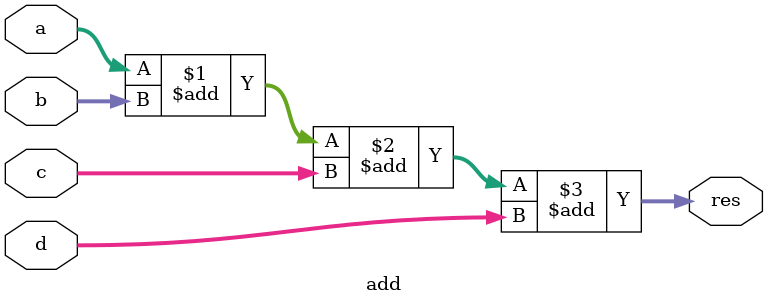
<source format=v>
module add(a, b, c, d, res);

	input [3:0] a, b ,c ,d;	
	output [5:0] res;	
	assign res = a + b + c + d;	

endmodule


</source>
